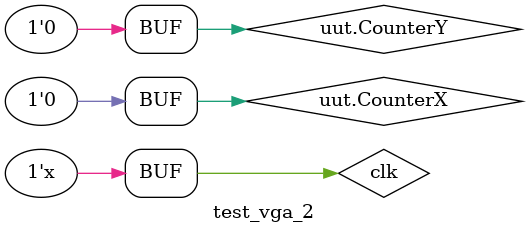
<source format=v>
`timescale 1ns / 1ns


module test_vga_2;

	// Inputs
	reg clk;

	// Outputs
	wire vga_h_sync;
	wire vga_v_sync;
	wire inDisplayArea;
	wire [9:0] CounterX;
	wire [9:0] CounterY;
	wire [2:0] pixel;

	// Instantiate the Unit Under Test (UUT)
	hvsync_generator uut (
		.clk(clk), 
		.vga_h_sync(vga_h_sync), 
		.vga_v_sync(vga_v_sync), 
		.inDisplayArea(inDisplayArea), 
		.CounterX(CounterX), 
		.CounterY(CounterY), 
		.pixel(pixel)
	);
	
		
				
		
		initial clk = 1'b1;
		
	//	initial 
		///#10000 $finish ; 

		always
		 
		 #1 clk = ~clk ; 
		 
		 initial 
		 
		 begin 
		 
		 uut.CounterX = 10'b0000000000 ;
		 uut.CounterY = 10'b0000000000 ;

		 
		end 
		
	//	initial 
	//	begin
	
	// Initialize Inputs

	//	vga_h_sync = 0 ; 
	//	vga_v_sync = 0 ; 
	//	inDisplayArea = 0 ;
	//	CounterX <= 10'b0000000000 ; 
	//	CounterY <= 0; 
	//	pixel <= 3'b000 ;
		
		//end
	
	
	// initial 
	
	//$monitor("pixel=%b " , uut.CounterX) ; 
      	 
      
endmodule


</source>
